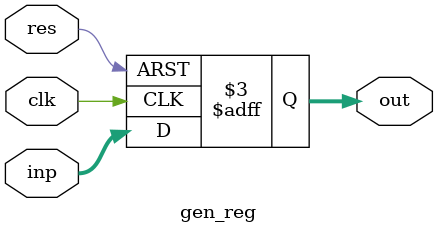
<source format=v>
module gen_reg (
                 input         clk,
                 input         res,
                 input  [7:0]  inp,
                 output [7:0]  out
);

reg [7:0] out;

always @(posedge clk or negedge res) begin
  if (~res) begin
    out <= 0;
  end
  else begin
    out <= inp;
  end
end

endmodule


</source>
